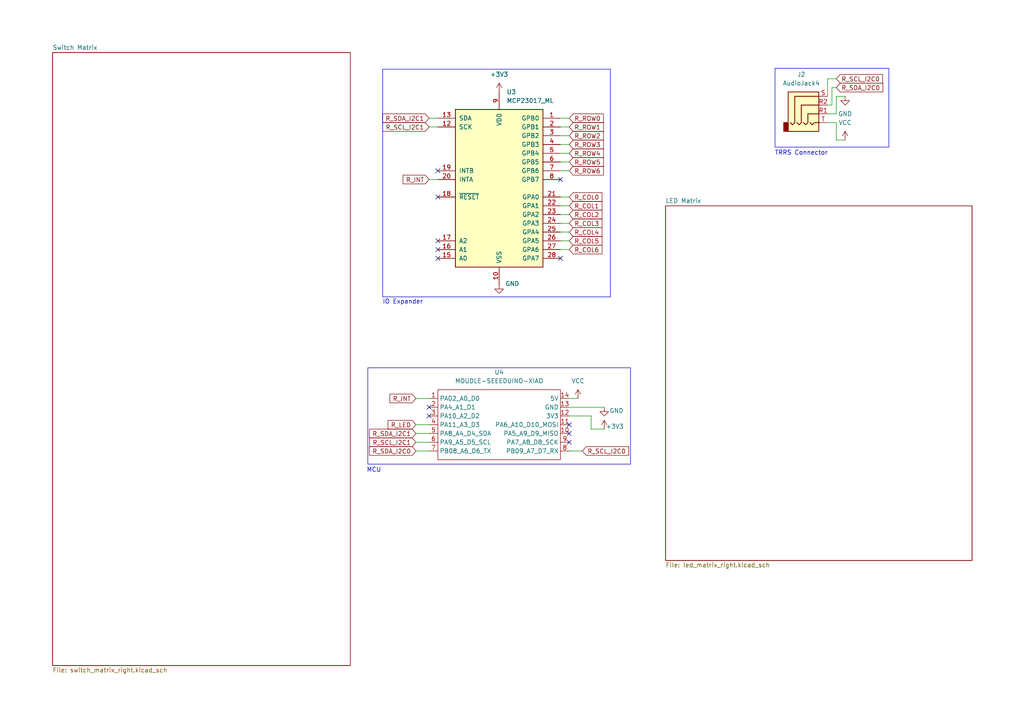
<source format=kicad_sch>
(kicad_sch (version 20250114) (generator "eeschema") (generator_version "9.0")
  (paper "A4")
  (lib_symbols
    (symbol "Connector_Audio:AudioJack4"
      (property "Reference" "J" (at 0 8.89 0))
      (property "Value" "AudioJack4" (at 0 6.35 0))
      (symbol "AudioJack4_0_1"
        (rectangle (start -6.35 -5.08) (end -7.62 -7.62) (stroke (width 0.254)) (fill (type outline)))
        (polyline (pts (xy -5.715 -5.08) (xy -5.08 -5.715) (xy -4.445 -5.08) (xy -4.445 2.54) (xy 2.54 2.54)) (stroke (width 0.254)))
        (polyline (pts (xy -1.905 -5.08) (xy -1.27 -5.715) (xy -0.635 -5.08) (xy -0.635 -2.54) (xy 2.54 -2.54)) (stroke (width 0.254)))
        (polyline (pts (xy 0 -5.08) (xy 0.635 -5.715) (xy 1.27 -5.08) (xy 2.54 -5.08)) (stroke (width 0.254)))
        (rectangle (start 2.54 3.81) (end -6.35 -7.62) (stroke (width 0.254)) (fill (type background)))
        (polyline (pts (xy 2.54 0) (xy -2.54 0) (xy -2.54 -5.08) (xy -3.175 -5.715) (xy -3.81 -5.08)) (stroke (width 0.254)))
      )
      (symbol "AudioJack4_1_1"
        (pin passive line (at 5.08 2.54 180) (length 2.54) (name "~") (number "S"))
        (pin passive line (at 5.08 0 180) (length 2.54) (name "~") (number "R2"))
        (pin passive line (at 5.08 -2.54 180) (length 2.54) (name "~") (number "R1"))
        (pin passive line (at 5.08 -5.08 180) (length 2.54) (name "~") (number "T"))
      )
    )
    (symbol "Interface_Expansion:MCP23017_SP" (pin_names (offset 1.016))
      (property "Reference" "U" (at -11.43 24.13 0))
      (property "Value" "MCP23017_SP" (at 0 0 0))
      (symbol "MCP23017_SP_0_1"
        (rectangle (start -12.7 22.86) (end 12.7 -22.86) (stroke (width 0.254)) (fill (type background)))
      )
      (symbol "MCP23017_SP_1_1"
        (pin bidirectional line (at -17.78 20.32 0) (length 5.08) (name "SDA") (number "13"))
        (pin input line (at -17.78 17.78 0) (length 5.08) (name "SCK") (number "12"))
        (pin tri_state line (at -17.78 5.08 0) (length 5.08) (name "INTB") (number "19"))
        (pin tri_state line (at -17.78 2.54 0) (length 5.08) (name "INTA") (number "20"))
        (pin input line (at -17.78 -2.54 0) (length 5.08) (name "~{RESET}") (number "18"))
        (pin input line (at -17.78 -15.24 0) (length 5.08) (name "A2") (number "17"))
        (pin input line (at -17.78 -17.78 0) (length 5.08) (name "A1") (number "16"))
        (pin input line (at -17.78 -20.32 0) (length 5.08) (name "A0") (number "15"))
        (pin no_connect line (at -12.7 15.24 0) (length 5.08) (hide yes) (name "NC") (number "11"))
        (pin no_connect line (at -12.7 12.7 0) (length 5.08) (hide yes) (name "NC") (number "14"))
        (pin power_in line (at 0 27.94 270) (length 5.08) (name "VDD") (number "9"))
        (pin power_in line (at 0 -27.94 90) (length 5.08) (name "VSS") (number "10"))
        (pin bidirectional line (at 17.78 20.32 180) (length 5.08) (name "GPB0") (number "1"))
        (pin bidirectional line (at 17.78 17.78 180) (length 5.08) (name "GPB1") (number "2"))
        (pin bidirectional line (at 17.78 15.24 180) (length 5.08) (name "GPB2") (number "3"))
        (pin bidirectional line (at 17.78 12.7 180) (length 5.08) (name "GPB3") (number "4"))
        (pin bidirectional line (at 17.78 10.16 180) (length 5.08) (name "GPB4") (number "5"))
        (pin bidirectional line (at 17.78 7.62 180) (length 5.08) (name "GPB5") (number "6"))
        (pin bidirectional line (at 17.78 5.08 180) (length 5.08) (name "GPB6") (number "7"))
        (pin output line (at 17.78 2.54 180) (length 5.08) (name "GPB7") (number "8"))
        (pin bidirectional line (at 17.78 -2.54 180) (length 5.08) (name "GPA0") (number "21"))
        (pin bidirectional line (at 17.78 -5.08 180) (length 5.08) (name "GPA1") (number "22"))
        (pin bidirectional line (at 17.78 -7.62 180) (length 5.08) (name "GPA2") (number "23"))
        (pin bidirectional line (at 17.78 -10.16 180) (length 5.08) (name "GPA3") (number "24"))
        (pin bidirectional line (at 17.78 -12.7 180) (length 5.08) (name "GPA4") (number "25"))
        (pin bidirectional line (at 17.78 -15.24 180) (length 5.08) (name "GPA5") (number "26"))
        (pin bidirectional line (at 17.78 -17.78 180) (length 5.08) (name "GPA6") (number "27"))
        (pin output line (at 17.78 -20.32 180) (length 5.08) (name "GPA7") (number "28"))
      )
    )
    (symbol "XIAO_RP2040:MOUDLE-SEEEDUINO-XIAO"
      (property "Reference" "U" (at -16.51 11.43 0))
      (property "Value" "MOUDLE-SEEEDUINO-XIAO" (at -3.81 -11.43 0))
      (symbol "MOUDLE-SEEEDUINO-XIAO_0_1"
        (rectangle (start -16.51 10.16) (end 19.05 -10.16))
      )
      (symbol "MOUDLE-SEEEDUINO-XIAO_1_1"
        (pin passive line (at -19.05 7.62 0) (length 2.54) (name "PA02_A0_D0") (number "1"))
        (pin passive line (at -19.05 5.08 0) (length 2.54) (name "PA4_A1_D1") (number "2"))
        (pin passive line (at -19.05 2.54 0) (length 2.54) (name "PA10_A2_D2") (number "3"))
        (pin passive line (at -19.05 0 0) (length 2.54) (name "PA11_A3_D3") (number "4"))
        (pin passive line (at -19.05 -2.54 0) (length 2.54) (name "PA8_A4_D4_SDA") (number "5"))
        (pin passive line (at -19.05 -5.08 0) (length 2.54) (name "PA9_A5_D5_SCL") (number "6"))
        (pin passive line (at -19.05 -7.62 0) (length 2.54) (name "PB08_A6_D6_TX") (number "7"))
        (pin passive line (at 21.59 7.62 180) (length 2.54) (name "5V") (number "14"))
        (pin passive line (at 21.59 5.08 180) (length 2.54) (name "GND") (number "13"))
        (pin passive line (at 21.59 2.54 180) (length 2.54) (name "3V3") (number "12"))
        (pin passive line (at 21.59 0 180) (length 2.54) (name "PA6_A10_D10_MOSI") (number "11"))
        (pin passive line (at 21.59 -2.54 180) (length 2.54) (name "PA5_A9_D9_MISO") (number "10"))
        (pin passive line (at 21.59 -5.08 180) (length 2.54) (name "PA7_A8_D8_SCK") (number "9"))
        (pin passive line (at 21.59 -7.62 180) (length 2.54) (name "PB09_A7_D7_RX") (number "8"))
      )
    )
    (symbol "power:+3V3" (power) (pin_numbers (hide yes)) (pin_names (offset 0) (hide yes))
      (property "Value" "+3V3" (at 0 3.556 0))
      (symbol "+3V3_0_1"
        (polyline (pts (xy -0.762 1.27) (xy 0 2.54)))
        (polyline (pts (xy 0 2.54) (xy 0.762 1.27)))
        (polyline (pts (xy 0 0) (xy 0 2.54)))
      )
      (symbol "+3V3_1_1"
        (pin power_in line (at 0 0 90) (length 0) (name "~") (number "1"))
      )
    )
    (symbol "power:GND" (power) (pin_numbers (hide yes)) (pin_names (offset 0) (hide yes))
      (property "Value" "GND" (at 0 -3.81 0))
      (symbol "GND_0_1"
        (polyline (pts (xy 0 0) (xy 0 -1.27) (xy 1.27 -1.27) (xy 0 -2.54) (xy -1.27 -1.27) (xy 0 -1.27)))
      )
      (symbol "GND_1_1"
        (pin power_in line (at 0 0 270) (length 0) (name "~") (number "1"))
      )
    )
    (symbol "power:VCC" (power) (pin_numbers (hide yes)) (pin_names (offset 0) (hide yes))
      (property "Value" "VCC" (at 0 3.556 0))
      (symbol "VCC_0_1"
        (polyline (pts (xy -0.762 1.27) (xy 0 2.54)))
        (polyline (pts (xy 0 2.54) (xy 0.762 1.27)))
        (polyline (pts (xy 0 0) (xy 0 2.54)))
      )
      (symbol "VCC_1_1"
        (pin power_in line (at 0 0 90) (length 0) (name "~") (number "1"))
      )
    )
  )
  (rectangle (start 106.68 106.68) (end 182.88 134.62))
  (rectangle (start 224.79 19.812) (end 257.81 42.672))
  (rectangle (start 110.998 20.066) (end 177.038 86.106))
  (text "IO Expander" (at 116.84 87.63 0) (effects (font (size 1.27 1.27))))
  (text "TRRS Connector" (at 232.41 44.45 0) (effects (font (size 1.27 1.27))))
  (text "MCU" (at 108.458 136.398 0) (effects (font (size 1.27 1.27))))
  (no_connect (at 127 69.85))
  (no_connect (at 162.56 74.93))
  (no_connect (at 165.1 125.73))
  (no_connect (at 124.46 118.11))
  (no_connect (at 124.46 120.65))
  (no_connect (at 127 72.39))
  (no_connect (at 127 49.53))
  (no_connect (at 127 74.93))
  (no_connect (at 162.56 52.07))
  (no_connect (at 165.1 123.19))
  (no_connect (at 127 57.15))
  (no_connect (at 165.1 128.27))
  (wire (pts (xy 165.1 118.11) (xy 175.26 118.11)))
  (wire (pts (xy 162.56 59.69) (xy 165.1 59.69)))
  (wire (pts (xy 124.46 52.07) (xy 127 52.07)))
  (wire (pts (xy 120.65 130.81) (xy 124.46 130.81)))
  (wire (pts (xy 240.03 22.86) (xy 242.57 22.86)))
  (wire (pts (xy 240.03 30.48) (xy 241.3 30.48)))
  (wire (pts (xy 124.46 34.29) (xy 127 34.29)))
  (wire (pts (xy 171.45 120.65) (xy 165.1 120.65)))
  (wire (pts (xy 240.03 33.02) (xy 242.57 33.02)))
  (wire (pts (xy 162.56 46.99) (xy 165.1 46.99)))
  (wire (pts (xy 162.56 64.77) (xy 165.1 64.77)))
  (wire (pts (xy 242.57 40.64) (xy 242.57 35.56)))
  (wire (pts (xy 120.65 128.27) (xy 124.46 128.27)))
  (wire (pts (xy 241.3 25.4) (xy 242.57 25.4)))
  (wire (pts (xy 120.65 123.19) (xy 124.46 123.19)))
  (wire (pts (xy 165.1 130.81) (xy 168.91 130.81)))
  (wire (pts (xy 171.45 124.46) (xy 171.45 120.65)))
  (wire (pts (xy 162.56 41.91) (xy 165.1 41.91)))
  (wire (pts (xy 120.65 125.73) (xy 124.46 125.73)))
  (wire (pts (xy 162.56 49.53) (xy 165.1 49.53)))
  (wire (pts (xy 162.56 62.23) (xy 165.1 62.23)))
  (wire (pts (xy 162.56 57.15) (xy 165.1 57.15)))
  (wire (pts (xy 162.56 44.45) (xy 165.1 44.45)))
  (wire (pts (xy 242.57 35.56) (xy 240.03 35.56)))
  (wire (pts (xy 241.3 30.48) (xy 241.3 25.4)))
  (wire (pts (xy 165.1 115.57) (xy 167.64 115.57)))
  (wire (pts (xy 162.56 39.37) (xy 165.1 39.37)))
  (wire (pts (xy 240.03 27.94) (xy 240.03 22.86)))
  (wire (pts (xy 120.65 115.57) (xy 124.46 115.57)))
  (wire (pts (xy 162.56 34.29) (xy 165.1 34.29)))
  (wire (pts (xy 124.46 36.83) (xy 127 36.83)))
  (wire (pts (xy 162.56 36.83) (xy 165.1 36.83)))
  (wire (pts (xy 242.57 27.94) (xy 245.11 27.94)))
  (wire (pts (xy 162.56 67.31) (xy 165.1 67.31)))
  (wire (pts (xy 162.56 69.85) (xy 165.1 69.85)))
  (wire (pts (xy 242.57 33.02) (xy 242.57 27.94)))
  (wire (pts (xy 162.56 72.39) (xy 165.1 72.39)))
  (wire (pts (xy 175.26 124.46) (xy 171.45 124.46)))
  (wire (pts (xy 242.57 40.64) (xy 245.11 40.64)))
  (global_label "R_COL4" (shape input) (at 165.1 67.31 0) (property "Intersheetrefs" "${INTERSHEET_REFS}" (effects (hide yes))))
  (global_label "R_SCL_I2C1" (shape input) (at 124.46 36.83 180) (property "Intersheetrefs" "${INTERSHEET_REFS}" (effects (hide yes))))
  (global_label "R_COL1" (shape input) (at 165.1 59.69 0) (property "Intersheetrefs" "${INTERSHEET_REFS}" (effects (hide yes))))
  (global_label "R_SDA_I2C0" (shape input) (at 242.57 25.4 0) (property "Intersheetrefs" "${INTERSHEET_REFS}" (effects (hide yes))))
  (global_label "R_LED" (shape input) (at 120.65 123.19 180) (property "Intersheetrefs" "${INTERSHEET_REFS}" (effects (hide yes))))
  (global_label "R_COL2" (shape input) (at 165.1 62.23 0) (property "Intersheetrefs" "${INTERSHEET_REFS}" (effects (hide yes))))
  (global_label "R_COL0" (shape input) (at 165.1 57.15 0) (property "Intersheetrefs" "${INTERSHEET_REFS}" (effects (hide yes))))
  (global_label "R_COL3" (shape input) (at 165.1 64.77 0) (property "Intersheetrefs" "${INTERSHEET_REFS}" (effects (hide yes))))
  (global_label "R_SCL_I2C0" (shape input) (at 168.91 130.81 0) (property "Intersheetrefs" "${INTERSHEET_REFS}" (effects (hide yes))))
  (global_label "R_SDA_I2C1" (shape input) (at 120.65 125.73 180) (property "Intersheetrefs" "${INTERSHEET_REFS}" (effects (hide yes))))
  (global_label "R_COL6" (shape input) (at 165.1 72.39 0) (property "Intersheetrefs" "${INTERSHEET_REFS}" (effects (hide yes))))
  (global_label "R_ROW0" (shape input) (at 165.1 34.29 0) (property "Intersheetrefs" "${INTERSHEET_REFS}" (effects (hide yes))))
  (global_label "R_COL5" (shape input) (at 165.1 69.85 0) (property "Intersheetrefs" "${INTERSHEET_REFS}" (effects (hide yes))))
  (global_label "R_ROW3" (shape input) (at 165.1 41.91 0) (property "Intersheetrefs" "${INTERSHEET_REFS}" (effects (hide yes))))
  (global_label "R_INT" (shape input) (at 124.46 52.07 180) (property "Intersheetrefs" "${INTERSHEET_REFS}" (effects (hide yes))))
  (global_label "R_ROW1" (shape input) (at 165.1 36.83 0) (property "Intersheetrefs" "${INTERSHEET_REFS}" (effects (hide yes))))
  (global_label "R_SCL_I2C1" (shape input) (at 120.65 128.27 180) (property "Intersheetrefs" "${INTERSHEET_REFS}" (effects (hide yes))))
  (global_label "R_INT" (shape input) (at 120.65 115.57 180) (property "Intersheetrefs" "${INTERSHEET_REFS}" (effects (hide yes))))
  (global_label "R_SDA_I2C1" (shape input) (at 124.46 34.29 180) (property "Intersheetrefs" "${INTERSHEET_REFS}" (effects (hide yes))))
  (global_label "R_ROW4" (shape input) (at 165.1 44.45 0) (property "Intersheetrefs" "${INTERSHEET_REFS}" (effects (hide yes))))
  (global_label "R_ROW2" (shape input) (at 165.1 39.37 0) (property "Intersheetrefs" "${INTERSHEET_REFS}" (effects (hide yes))))
  (global_label "R_SCL_I2C0" (shape input) (at 242.57 22.86 0) (property "Intersheetrefs" "${INTERSHEET_REFS}" (effects (hide yes))))
  (global_label "R_ROW5" (shape input) (at 165.1 46.99 0) (property "Intersheetrefs" "${INTERSHEET_REFS}" (effects (hide yes))))
  (global_label "R_SDA_I2C0" (shape input) (at 120.65 130.81 180) (property "Intersheetrefs" "${INTERSHEET_REFS}" (effects (hide yes))))
  (global_label "R_ROW6" (shape input) (at 165.1 49.53 0) (property "Intersheetrefs" "${INTERSHEET_REFS}" (effects (hide yes))))
  (symbol (lib_id "XIAO_RP2040:MOUDLE-SEEEDUINO-XIAO") (at 143.51 123.19 0) (unit 1)
    (property "Reference" "U4" (at 144.78 107.95 0))
    (property "Value" "MOUDLE-SEEEDUINO-XIAO" (at 144.78 110.49 0))
    (property "Footprint" "footprints:XIAO-Generic-Hybrid-14P-2.54-21X17.8MM" (effects (hide yes)))
  )
  (symbol (lib_id "power:VCC") (at 167.64 115.57 0) (unit 1)
    (property "Reference" "#PWR025" (effects (hide yes)))
    (property "Value" "VCC" (at 167.64 110.49 0))
    (property "Description" "Power symbol creates a global label with name \"VCC\"" (effects (hide yes)))
  )
  (symbol (lib_id "power:GND") (at 175.26 118.11 0) (unit 1)
    (property "Reference" "#PWR026" (effects (hide yes)))
    (property "Value" "GND" (at 178.816 119.126 0))
    (property "Description" "Power symbol creates a global label with name \"GND\" , ground" (effects (hide yes)))
  )
  (symbol (lib_id "power:GND") (at 144.78 82.55 0) (unit 1)
    (property "Reference" "#PWR024" (effects (hide yes)))
    (property "Value" "GND" (at 148.59 82.296 0))
    (property "Description" "Power symbol creates a global label with name \"GND\" , ground" (effects (hide yes)))
  )
  (symbol (lib_id "Interface_Expansion:MCP23017_SP") (at 144.78 54.61 0) (unit 1)
    (property "Reference" "U3" (at 146.9233 26.67 0) (effects (justify left)))
    (property "Value" "MCP23017_ML" (at 146.9233 29.21 0) (effects (justify left)))
    (property "Footprint" "Package_DIP:DIP-28_W7.62mm" (effects (hide yes)))
    (property "Datasheet" "https://ww1.microchip.com/downloads/aemDocuments/documents/APID/ProductDocuments/DataSheets/MCP23017-Data-Sheet-DS20001952.pdf" (effects (hide yes)))
    (property "Description" "16-bit I/O expander, I2C, interrupts, w pull-ups, SPDIP-28" (effects (hide yes)))
  )
  (symbol (lib_id "power:+3V3") (at 175.26 124.46 0) (unit 1)
    (property "Reference" "#PWR027" (effects (hide yes)))
    (property "Value" "+3V3" (at 178.308 123.698 0))
    (property "Description" "Power symbol creates a global label with name \"+3V3\"" (effects (hide yes)))
  )
  (symbol (lib_id "Connector_Audio:AudioJack4") (at 234.95 30.48 0) (unit 1)
    (property "Reference" "J2" (at 232.41 21.59 0))
    (property "Value" "AudioJack4" (at 232.41 24.13 0))
    (property "Footprint" "Connector_Audio:Jack_3.5mm_PJ320D_Horizontal" (effects (hide yes)))
    (property "Description" "Audio Jack, 4 Poles (TRRS)" (effects (hide yes)))
  )
  (symbol (lib_id "power:VCC") (at 245.11 40.64 0) (unit 1)
    (property "Reference" "#PWR029" (effects (hide yes)))
    (property "Value" "VCC" (at 245.11 35.56 0))
    (property "Description" "Power symbol creates a global label with name \"VCC\"" (effects (hide yes)))
  )
  (symbol (lib_id "power:GND") (at 245.11 27.94 0) (unit 1)
    (property "Reference" "#PWR028" (effects (hide yes)))
    (property "Value" "GND" (at 245.11 33.02 0))
    (property "Description" "Power symbol creates a global label with name \"GND\" , ground" (effects (hide yes)))
  )
  (symbol (lib_id "power:+3V3") (at 144.78 26.67 0) (unit 1)
    (property "Reference" "#PWR023" (effects (hide yes)))
    (property "Value" "+3V3" (at 144.78 21.59 0))
    (property "Description" "Power symbol creates a global label with name \"+3V3\"" (effects (hide yes)))
  )
  (sheet (at 15.24 15.24) (size 86.36 177.8) (stroke (width 0.1524))
    (property "Sheetname" "Switch Matrix" (at 15.24 14.5284 0) (effects (justify left bottom)))
    (property "Sheetfile" "switch_matrix_right.kicad_sch" (at 15.24 193.6246 0) (effects (justify left top)))
  )
  (sheet (at 193.04 59.69) (size 88.9 102.87) (stroke (width 0.1524))
    (property "Sheetname" "LED Matrix" (at 193.04 58.9784 0) (effects (justify left bottom)))
    (property "Sheetfile" "led_matrix_right.kicad_sch" (at 193.04 163.1446 0) (effects (justify left top)))
  )
)
</source>
